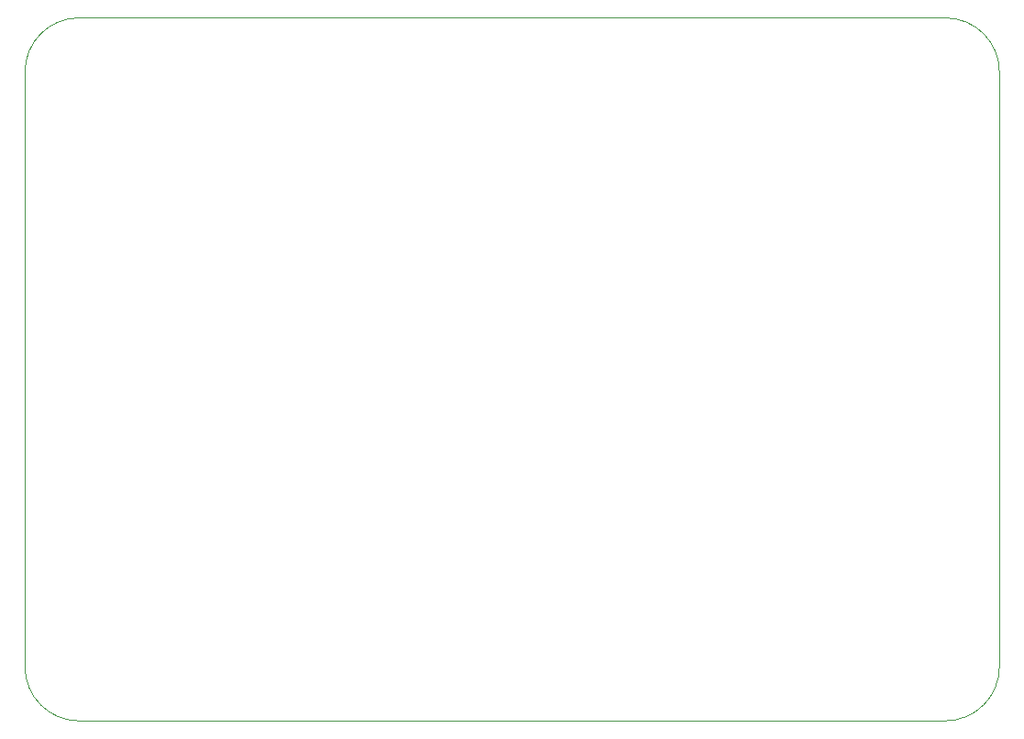
<source format=gm1>
%TF.GenerationSoftware,KiCad,Pcbnew,(6.99.0-1487-g4c225cff5b)*%
%TF.CreationDate,2022-03-28T23:32:56+02:00*%
%TF.ProjectId,clockmodule,636c6f63-6b6d-46f6-9475-6c652e6b6963,rev?*%
%TF.SameCoordinates,PX47868c0PY17d7840*%
%TF.FileFunction,Profile,NP*%
%FSLAX46Y46*%
G04 Gerber Fmt 4.6, Leading zero omitted, Abs format (unit mm)*
G04 Created by KiCad (PCBNEW (6.99.0-1487-g4c225cff5b)) date 2022-03-28 23:32:56*
%MOMM*%
%LPD*%
G01*
G04 APERTURE LIST*
%TA.AperFunction,Profile*%
%ADD10C,0.100000*%
%TD*%
G04 APERTURE END LIST*
D10*
X0Y-60000000D02*
X0Y-60000000D01*
X5000000Y0D02*
G75*
G03*
X0Y-5000000I0J-5000000D01*
G01*
X90000000Y-60000000D02*
X90000000Y-60000000D01*
X5000000Y-65000000D02*
X85000000Y-65000000D01*
X85000000Y-65000000D02*
G75*
G03*
X90000000Y-60000000I0J5000000D01*
G01*
X85000000Y0D02*
X5000000Y0D01*
X90000000Y-5000000D02*
G75*
G03*
X85000000Y0I-5000000J0D01*
G01*
X0Y-60000000D02*
G75*
G03*
X5000000Y-65000000I5000000J0D01*
G01*
X90000000Y-60000000D02*
X90000000Y-5000000D01*
X0Y-5000000D02*
X0Y-60000000D01*
M02*

</source>
